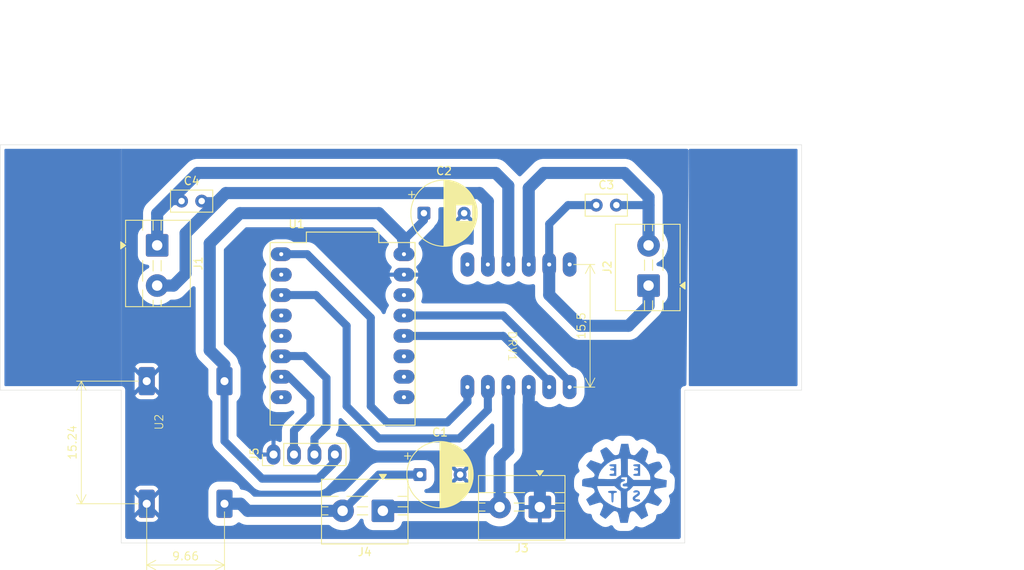
<source format=kicad_pcb>
(kicad_pcb (version 20241229) (generator "pcbnew") (generator_version "9.0")
  (layers (0 "F.Cu" signal) (2 "B.Cu" signal) (13 "F.Paste" user) (15 "B.Paste" user) (5 "F.SilkS" user "F.Silkscreen") (7 "B.SilkS" user "B.Silkscreen") (1 "F.Mask" user) (3 "B.Mask" user) (25 "Edge.Cuts" user))
  (net 0 "")
  (net 1 "GND")
  (net 4 "AIN1")
  (net 5 "TRIG")
  (net 9 "BIN2")
  (net 10 "ECHO")
  (net 11 "BIN1")
  (net 13 "AIN2")
  (net 14 "+5V")
  (net 15 "OUT3")
  (net 16 "OUT2")
  (net 17 "OUT1")
  (net 18 "OUT4")
  (net 20 "VCC")
  (net 24 "Net-(J4-Pin_2)")
  (footprint "mini360:mini360" (layer "F.Cu") (at 145.21 93.96 90)
    (property "Reference" "U2" (at 0 -0.5 90) (layer "F.SilkS") (effects (font (thickness 0.1))))
    (property "Value" "~")
    (pad "1" thru_hole roundrect (at -10.16 -2.04 90) (size 3.5 2) (drill 1) (layers "*.Cu" "*.Mask") (roundrect_rratio 0.15) (net 1 "GND"))
    (pad "2" thru_hole roundrect (at -10.16 7.62 90) (size 3.5 2) (drill 1) (layers "*.Cu" "*.Mask") (roundrect_rratio 0.15) (net 24 "Net-(J4-Pin_2)"))
    (pad "3" thru_hole roundrect (at 5.08 7.62 90) (size 3.5 2) (drill 1) (layers "*.Cu" "*.Mask") (roundrect_rratio 0.15) (net 14 "+5V"))
    (pad "4" thru_hole roundrect (at 5.08 -2.04 90) (size 3.5 2) (drill 1) (layers "*.Cu" "*.Mask") (roundrect_rratio 0.15) (net 1 "GND"))
  )
  (footprint "TerminalBlock:TerminalBlock_MaiXu_MX126-5.0-02P_1x02_P5.00mm" (layer "F.Cu") (at 144.4675 72 -90)
    (property "Reference" "J1" (at 2.25 -5.12 90) (layer "F.SilkS"))
    (property "Value" "Screw_Terminal_01x02")
    (pad "1" thru_hole roundrect (at 0 0 270) (size 2.8 2.8) (drill 1.3) (layers "*.Cu" "*.Mask") (roundrect_rratio 0.089286) (net 15 "OUT3"))
    (pad "2" thru_hole circle (at 5 0 270) (size 2.8 2.8) (drill 1.3) (layers "*.Cu" "*.Mask") (net 18 "OUT4"))
  )
  (footprint "Capacitor_THT:CP_Radial_D8.0mm_P5.00mm" (layer "F.Cu") (at 177.097349 100.5)
    (property "Reference" "C1" (at 2.5 -5.25 0) (layer "F.SilkS"))
    (property "Value" "C_Polarized")
    (pad "1" thru_hole roundrect (at 0 0) (size 1.6 1.6) (drill 0.8) (layers "*.Cu" "*.Mask") (roundrect_rratio 0.15625) (net 24 "Net-(J4-Pin_2)"))
    (pad "2" thru_hole circle (at 5 0) (size 1.6 1.6) (drill 0.8) (layers "*.Cu" "*.Mask") (net 1 "GND"))
  )
  (footprint "Capacitor_THT:C_Disc_D5.0mm_W2.5mm_P2.50mm" (layer "F.Cu") (at 199 67)
    (property "Reference" "C3" (at 1.25 -2.5 0) (layer "F.SilkS"))
    (property "Value" "C")
    (pad "1" thru_hole circle (at 0 0) (size 1.6 1.6) (drill 0.8) (layers "*.Cu" "*.Mask") (net 17 "OUT1"))
    (pad "2" thru_hole circle (at 2.5 0) (size 1.6 1.6) (drill 0.8) (layers "*.Cu" "*.Mask") (net 16 "OUT2"))
  )
  (footprint "TerminalBlock:TerminalBlock_MaiXu_MX126-5.0-02P_1x02_P5.00mm" (layer "F.Cu") (at 192 104.5325 180)
    (property "Reference" "J3" (at 2.25 -5.12 0) (layer "F.SilkS"))
    (property "Value" "ENTRADA BATERIA")
    (pad "1" thru_hole roundrect (at 0 0 180) (size 2.8 2.8) (drill 1.3) (layers "*.Cu" "*.Mask") (roundrect_rratio 0.089286) (net 1 "GND"))
    (pad "2" thru_hole circle (at 5 0 180) (size 2.8 2.8) (drill 1.3) (layers "*.Cu" "*.Mask") (net 20 "VCC"))
  )
  (footprint "TerminalBlock:TerminalBlock_MaiXu_MX126-5.0-02P_1x02_P5.00mm" (layer "F.Cu") (at 172.5 105 180)
    (property "Reference" "J4" (at 2.25 -5.12 0) (layer "F.SilkS"))
    (property "Value" "LLAVE ENCENDIDO")
    (pad "1" thru_hole roundrect (at 0 0 180) (size 2.8 2.8) (drill 1.3) (layers "*.Cu" "*.Mask") (roundrect_rratio 0.089286) (net 20 "VCC"))
    (pad "2" thru_hole circle (at 5 0 180) (size 2.8 2.8) (drill 1.3) (layers "*.Cu" "*.Mask") (net 24 "Net-(J4-Pin_2)"))
  )
  (footprint "Capacitor_THT:C_Disc_D5.0mm_W2.5mm_P2.50mm" (layer "F.Cu") (at 147.5 66.5)
    (property "Reference" "C4" (at 1.25 -2.5 0) (layer "F.SilkS"))
    (property "Value" "C")
    (pad "1" thru_hole circle (at 0 0) (size 1.6 1.6) (drill 0.8) (layers "*.Cu" "*.Mask") (net 15 "OUT3"))
    (pad "2" thru_hole circle (at 2.5 0) (size 1.6 1.6) (drill 0.8) (layers "*.Cu" "*.Mask") (net 18 "OUT4"))
  )
  (footprint "Connector_PinHeader_2.54mm:PinHeader_1x04_P2.54mm_Vertical" (layer "F.Cu") (at 158.92 98 90)
    (property "Reference" "J5" (at 0 -2.38 90) (layer "F.SilkS"))
    (property "Value" "Conn_01x04_Pin")
    (pad "1" thru_hole oval (at 0 0 90) (size 2.5 1.7) (drill 1) (layers "*.Cu" "*.Mask") (net 1 "GND"))
    (pad "2" thru_hole oval (at 0 2.54 90) (size 2.5 1.7) (drill 1) (layers "*.Cu" "*.Mask") (net 10 "ECHO"))
    (pad "3" thru_hole oval (at 0 5.08 90) (size 2.5 1.7) (drill 1) (layers "*.Cu" "*.Mask") (net 5 "TRIG"))
    (pad "4" thru_hole oval (at 0 7.62 90) (size 2.5 1.7) (drill 1) (layers "*.Cu" "*.Mask") (net 14 "+5V"))
  )
  (footprint "Capacitor_THT:CP_Radial_D8.0mm_P5.00mm" (layer "F.Cu") (at 177.597349 68)
    (property "Reference" "C2" (at 2.5 -5.25 0) (layer "F.SilkS"))
    (property "Value" "C_Polarized")
    (pad "1" thru_hole roundrect (at 0 0) (size 1.6 1.6) (drill 0.8) (layers "*.Cu" "*.Mask") (roundrect_rratio 0.15625) (net 14 "+5V"))
    (pad "2" thru_hole circle (at 5 0) (size 1.6 1.6) (drill 0.8) (layers "*.Cu" "*.Mask") (net 1 "GND"))
  )
  (footprint "ESP32-C3_SUPERMINI_TH:MODULE_ESP32-C3_SUPERMINI" (layer "F.Cu") (at 167.5 83)
    (property "Reference" "U1" (at -5.715 -13.6525 0) (layer "F.SilkS"))
    (property "Value" "ESP32-C3_SUPERMINI_TH")
    (pad "0" thru_hole oval (at 7.62 7.88) (size 2.6 1.7) (drill 0.5) (layers "*.Cu" "*.Mask"))
    (pad "1" thru_hole oval (at 7.62 5.34) (size 2.6 1.7) (drill 0.5) (layers "*.Cu" "*.Mask"))
    (pad "2" thru_hole oval (at 7.62 2.8) (size 2.6 1.7) (drill 0.5) (layers "*.Cu" "*.Mask"))
    (pad "3" thru_hole oval (at 7.62 0.26) (size 2.6 1.7) (drill 0.5) (layers "*.Cu" "*.Mask") (net 13 "AIN2"))
    (pad "3.3" thru_hole oval (at 7.62 -4.82) (size 2.6 1.7) (drill 0.5) (layers "*.Cu" "*.Mask"))
    (pad "4" thru_hole oval (at 7.62 -2.28) (size 2.6 1.7) (drill 0.5) (layers "*.Cu" "*.Mask") (net 9 "BIN2"))
    (pad "5" thru_hole oval (at -7.62 -9.9) (size 2.6 1.7) (drill 0.5) (layers "*.Cu" "*.Mask") (net 4 "AIN1"))
    (pad "5V" thru_hole oval (at 7.62 -9.9) (size 2.6 1.7) (drill 0.5) (layers "*.Cu" "*.Mask") (net 14 "+5V"))
    (pad "6" thru_hole oval (at -7.62 -7.36) (size 2.6 1.7) (drill 0.5) (layers "*.Cu" "*.Mask"))
    (pad "7" thru_hole oval (at -7.62 -4.82) (size 2.6 1.7) (drill 0.5) (layers "*.Cu" "*.Mask") (net 11 "BIN1"))
    (pad "8" thru_hole oval (at -7.62 -2.28) (size 2.6 1.7) (drill 0.5) (layers "*.Cu" "*.Mask"))
    (pad "9" thru_hole oval (at -7.62 0.26) (size 2.6 1.7) (drill 0.5) (layers "*.Cu" "*.Mask"))
    (pad "10" thru_hole oval (at -7.62 2.8) (size 2.6 1.7) (drill 0.5) (layers "*.Cu" "*.Mask") (net 5 "TRIG"))
    (pad "20" thru_hole oval (at -7.62 5.34) (size 2.6 1.7) (drill 0.5) (layers "*.Cu" "*.Mask") (net 10 "ECHO"))
    (pad "21" thru_hole oval (at -7.62 7.88) (size 2.6 1.7) (drill 0.5) (layers "*.Cu" "*.Mask"))
    (pad "G" thru_hole oval (at 7.62 -7.36) (size 2.6 1.7) (drill 0.5) (layers "*.Cu" "*.Mask") (net 1 "GND"))
  )
  (footprint "TerminalBlock:TerminalBlock_MaiXu_MX126-5.0-02P_1x02_P5.00mm" (layer "F.Cu") (at 205.5 77 90)
    (property "Reference" "J2" (at 2.25 -5.12 90) (layer "F.SilkS"))
    (property "Value" "Screw_Terminal_01x02")
    (pad "1" thru_hole roundrect (at 0 0 90) (size 2.8 2.8) (drill 1.3) (layers "*.Cu" "*.Mask") (roundrect_rratio 0.089286) (net 17 "OUT1"))
    (pad "2" thru_hole circle (at 5 0 90) (size 2.8 2.8) (drill 1.3) (layers "*.Cu" "*.Mask") (net 16 "OUT2"))
  )
  (footprint "DRV8833:DRV8833" (layer "F.Cu") (at 188.08 84.54 -90)
    (property "Reference" "DRV1" (at 0 -0.5 270) (layer "F.SilkS") (effects (font (thickness 0.1))))
    (property "Value" "PUENTE H")
    (pad "1" thru_hole oval (at -10.16 -7.62 270) (size 3 1.7) (drill 0.5) (layers "*.Cu" "*.Mask"))
    (pad "2" thru_hole oval (at -10.16 -5.08 270) (size 3 1.7) (drill 0.5) (layers "*.Cu" "*.Mask") (net 17 "OUT1"))
    (pad "3" thru_hole oval (at -10.16 -2.54 270) (size 3 1.7) (drill 0.5) (layers "*.Cu" "*.Mask") (net 16 "OUT2"))
    (pad "4" thru_hole oval (at -10.16 0 270) (size 3 1.7) (drill 0.5) (layers "*.Cu" "*.Mask") (net 15 "OUT3"))
    (pad "5" thru_hole oval (at -10.16 2.54 270) (size 3 1.7) (drill 0.5) (layers "*.Cu" "*.Mask") (net 18 "OUT4"))
    (pad "6" thru_hole oval (at -10.16 5.08 270) (size 3 1.7) (drill 0.5) (layers "*.Cu" "*.Mask"))
    (pad "7" thru_hole oval (at 5.08 5.08 270) (size 3 1.7) (drill 0.5) (layers "*.Cu" "*.Mask") (net 4 "AIN1"))
    (pad "8" thru_hole oval (at 5.08 2.54 270) (size 3 1.7) (drill 0.5) (layers "*.Cu" "*.Mask") (net 11 "BIN1"))
    (pad "9" thru_hole oval (at 5.08 0 270) (size 3 1.7) (drill 0.5) (layers "*.Cu" "*.Mask") (net 20 "VCC"))
    (pad "10" thru_hole oval (at 5.08 -2.54 270) (size 3 1.7) (drill 0.5) (layers "*.Cu" "*.Mask") (net 1 "GND"))
    (pad "11" thru_hole oval (at 5.08 -5.08 270) (size 3 1.7) (drill 0.5) (layers "*.Cu" "*.Mask") (net 13 "AIN2"))
    (pad "12" thru_hole oval (at 5.08 -7.62 270) (size 3 1.7) (drill 0.5) (layers "*.Cu" "*.Mask") (net 9 "BIN2"))
  )
  (footprint "VARIOS:LOGO_EESTN5_F.Cu" (layer "B.Cu") (at 202.5 101.5 180)
    (property "Reference" "G***" (hide yes))
    (property "Value" "LOGO" (hide yes))
    (fp_poly (pts (xy 1.790356 -1.024478) (xy 1.961928 -1.054774) (xy 2.02797 -1.114177) (xy 2.032 -1.143) (xy 1.958399 -1.245143) (xy 1.820333 -1.27) (xy 1.709749 -1.278715) (xy 1.646459 -1.329459) (xy 1.617286 -1.459132) (xy 1.609052 -1.704631) (xy 1.608666 -1.862666) (xy 1.601197 -2.184672) (xy 1.574342 -2.368966) (xy 1.521426 -2.446692) (xy 1.481666 -2.455333) (xy 1.412665 -2.420478) (xy 1.373173 -2.295153) (xy 1.356518 -2.048212) (xy 1.354666 -1.862666) (xy 1.351554 -1.55303) (xy 1.33343 -1.375819) (xy 1.287119 -1.294135) (xy 1.199441 -1.271078) (xy 1.143 -1.27) (xy 0.972761 -1.225839) (xy 0.931333 -1.143) (xy 0.968073 -1.071763) (xy 1.099355 -1.03217) (xy 1.356768 -1.016929) (xy 1.481666 -1.016) (xy 1.790356 -1.024478)) (stroke (width 0.01)) (fill yes) (layer "B.Cu"))
    (fp_poly (pts (xy 1.705551 2.272405) (xy 1.835577 2.225332) (xy 1.862666 2.159) (xy 1.798407 2.065069) (xy 1.593322 2.03223) (xy 1.566333 2.032) (xy 1.34716 2.004461) (xy 1.270535 1.916567) (xy 1.27 1.905) (xy 1.345728 1.804174) (xy 1.524 1.778) (xy 1.725652 1.740136) (xy 1.778 1.651) (xy 1.702271 1.550174) (xy 1.524 1.524) (xy 1.342473 1.501219) (xy 1.276065 1.404379) (xy 1.27 1.312334) (xy 1.29214 1.169192) (xy 1.391771 1.110593) (xy 1.566333 1.100667) (xy 1.785506 1.073127) (xy 1.86213 0.985234) (xy 1.862666 0.973667) (xy 1.817347 0.893802) (xy 1.660439 0.854794) (xy 1.439333 0.846667) (xy 1.016 0.846667) (xy 1.016 2.286) (xy 1.439333 2.286) (xy 1.705551 2.272405)) (stroke (width 0.01)) (fill yes) (layer "B.Cu"))
    (fp_poly (pts (xy -1.257782 2.272405) (xy -1.127756 2.225332) (xy -1.100667 2.159) (xy -1.164927 2.065069) (xy -1.370012 2.03223) (xy -1.397 2.032) (xy -1.616174 2.004461) (xy -1.692798 1.916567) (xy -1.693334 1.905) (xy -1.617606 1.804174) (xy -1.439334 1.778) (xy -1.237682 1.740136) (xy -1.185334 1.651) (xy -1.261062 1.550174) (xy -1.439334 1.524) (xy -1.620861 1.501219) (xy -1.687268 1.404379) (xy -1.693334 1.312334) (xy -1.671194 1.169192) (xy -1.571562 1.110593) (xy -1.397 1.100667) (xy -1.177827 1.073127) (xy -1.101203 0.985234) (xy -1.100667 0.973667) (xy -1.145987 0.893802) (xy -1.302894 0.854794) (xy -1.524 0.846667) (xy -1.947334 0.846667) (xy -1.947334 2.286) (xy -1.524 2.286) (xy -1.257782 2.272405)) (stroke (width 0.01)) (fill yes) (layer "B.Cu"))
    (fp_poly (pts (xy -1.224388 -0.994294) (xy -1.119465 -1.107382) (xy -1.117177 -1.117378) (xy -1.124883 -1.20801) (xy -1.22321 -1.231928) (xy -1.403013 -1.210289) (xy -1.607814 -1.189767) (xy -1.682254 -1.224636) (xy -1.676844 -1.278244) (xy -1.574738 -1.409035) (xy -1.462844 -1.484972) (xy -1.16255 -1.682287) (xy -1.026956 -1.8867) (xy -1.05778 -2.093831) (xy -1.170834 -2.230544) (xy -1.349479 -2.323026) (xy -1.584162 -2.368778) (xy -1.797042 -2.358754) (xy -1.890889 -2.314222) (xy -1.955813 -2.183869) (xy -1.870185 -2.095172) (xy -1.65085 -2.06423) (xy -1.629834 -2.064676) (xy -1.3962 -2.041962) (xy -1.318004 -1.964509) (xy -1.396119 -1.846728) (xy -1.608667 -1.714205) (xy -1.844803 -1.537441) (xy -1.932306 -1.33122) (xy -1.863156 -1.120897) (xy -1.81422 -1.064314) (xy -1.636681 -0.967819) (xy -1.418432 -0.946126) (xy -1.224388 -0.994294)) (stroke (width 0.01)) (fill yes) (layer "B.Cu"))
    (fp_poly (pts (xy 0.539361 4.151857) (xy 0.613933 3.818777) (xy 0.675789 3.615221) (xy 0.746422 3.504868) (xy 0.847324 3.4514) (xy 0.970023 3.424098) (xy 1.145299 3.406255) (xy 1.284159 3.449773) (xy 1.439308 3.581438) (xy 1.580409 3.734317) (xy 1.859395 4.043435) (xy 2.049383 4.243541) (xy 2.171009 4.354672) (xy 2.244906 4.39687) (xy 2.264833 4.398995) (xy 2.375118 4.357122) (xy 2.561062 4.260084) (xy 2.76462 4.141534) (xy 2.927749 4.035128) (xy 2.992105 3.977308) (xy 2.969059 3.88328) (xy 2.895782 3.673804) (xy 2.786828 3.389883) (xy 2.757835 3.317324) (xy 2.510004 2.7017) (xy 2.695716 2.515988) (xy 2.881428 2.330275) (xy 3.536214 2.56659) (xy 4.191 2.802904) (xy 4.464907 2.480952) (xy 4.622881 2.286636) (xy 4.722472 2.147555) (xy 4.740073 2.110536) (xy 4.681507 2.036295) (xy 4.524234 1.880191) (xy 4.297747 1.670992) (xy 4.201938 1.585565) (xy 3.931215 1.336576) (xy 3.772658 1.159728) (xy 3.703898 1.024329) (xy 3.702463 0.900236) (xy 3.741727 0.780219) (xy 3.827105 0.697209) (xy 3.992135 0.636975) (xy 4.270355 0.585291) (xy 4.529666 0.549293) (xy 4.876918 0.5005) (xy 5.089422 0.448985) (xy 5.200267 0.369555) (xy 5.242541 0.237014) (xy 5.249331 0.026169) (xy 5.249333 0.001311) (xy 5.249333 -0.409301) (xy 4.821832 -0.500984) (xy 4.531353 -0.554948) (xy 4.279094 -0.587898) (xy 4.19288 -0.592666) (xy 3.992397 -0.644554) (xy 3.814439 -0.767657) (xy 3.726608 -0.913137) (xy 3.725333 -0.930456) (xy 3.697673 -1.068866) (xy 3.680821 -1.118146) (xy 3.724177 -1.230398) (xy 3.900954 -1.411134) (xy 4.188821 -1.639824) (xy 4.444975 -1.832685) (xy 4.638057 -1.987161) (xy 4.73557 -2.07694) (xy 4.741333 -2.087176) (xy 4.702094 -2.178074) (xy 4.601932 -2.364055) (xy 4.526645 -2.495183) (xy 4.311957 -2.86152) (xy 3.641576 -2.641747) (xy 3.311848 -2.536019) (xy 3.101924 -2.481175) (xy 2.97109 -2.474177) (xy 2.878633 -2.511984) (xy 2.79793 -2.578776) (xy 2.684497 -2.698445) (xy 2.638803 -2.820406) (xy 2.662788 -2.987252) (xy 2.758396 -3.241572) (xy 2.836333 -3.420879) (xy 2.947904 -3.683896) (xy 3.024596 -3.885222) (xy 3.048 -3.970496) (xy 2.983236 -4.054415) (xy 2.818165 -4.189294) (xy 2.698733 -4.272631) (xy 2.349467 -4.503764) (xy 1.826995 -3.985935) (xy 1.571156 -3.73725) (xy 1.398047 -3.590519) (xy 1.272476 -3.52617) (xy 1.159252 -3.52463) (xy 1.053372 -3.555658) (xy 0.924955 -3.613874) (xy 0.835005 -3.706389) (xy 0.763325 -3.871463) (xy 0.68972 -4.147351) (xy 0.650268 -4.319271) (xy 0.498314 -4.995333) (xy -0.411328 -4.995333) (xy -0.50736 -4.5085) (xy -0.591258 -4.108407) (xy -0.664258 -3.843771) (xy -0.741455 -3.682721) (xy -0.837942 -3.593386) (xy -0.963523 -3.545299) (xy -1.108962 -3.537071) (xy -1.264686 -3.602976) (xy -1.452317 -3.760547) (xy -1.693481 -4.027318) (xy -1.951466 -4.346356) (xy -2.118691 -4.558948) (xy -2.519846 -4.339498) (xy -2.745917 -4.215493) (xy -2.900447 -4.1301) (xy -2.941364 -4.106938) (xy -2.925799 -4.026779) (xy -2.866548 -3.824897) (xy -2.775095 -3.53966) (xy -2.740404 -3.435559) (xy -2.633263 -3.110289) (xy -2.577935 -2.904831) (xy -2.571464 -2.778763) (xy -2.610892 -2.691668) (xy -2.68044 -2.615931) (xy -2.765973 -2.539397) (xy -2.855413 -2.505628) (xy -2.988705 -2.517687) (xy -3.205794 -2.57864) (xy -3.511289 -2.679668) (xy -4.18078 -2.904765) (xy -4.418724 -2.619747) (xy -4.56483 -2.426284) (xy -4.649125 -2.278965) (xy -4.657262 -2.246864) (xy -4.598523 -2.152957) (xy -4.441822 -1.980728) (xy -4.217331 -1.762566) (xy -4.14164 -1.693333) (xy -3.88432 -1.453275) (xy -3.735721 -1.286469) (xy -3.673316 -1.159174) (xy -3.674582 -1.037644) (xy -3.682045 -1.004845) (xy -3.721971 -0.895506) (xy -3.798529 -0.820057) (xy -3.946993 -0.763383) (xy -4.202638 -0.710367) (xy -4.472833 -0.665981) (xy -5.207 -0.549938) (xy -5.214403 -0.423333) (xy -3.305227 -0.423333) (xy -3.2502 -0.656166) (xy -3.013172 -1.323016) (xy -2.644907 -1.918903) (xy -2.167421 -2.419522) (xy -1.602732 -2.800566) (xy -1.132503 -2.994096) (xy -0.81516 -3.090169) (xy -0.596032 -3.135588) (xy -0.456965 -3.109318) (xy -0.379808 -2.990329) (xy -0.346406 -2.757586) (xy -0.338606 -2.390057) (xy -0.33866 -2.107666) (xy 0.423333 -2.107666) (xy 0.423333 -3.199333) (xy 0.767873 -3.12192) (xy 1.031754 -3.040452) (xy 1.361932 -2.908805) (xy 1.617045 -2.78977) (xy 1.944252 -2.603669) (xy 2.26312 -2.388654) (xy 2.445214 -2.242736) (xy 2.707016 -1.94742) (xy 2.967115 -1.557063) (xy 3.187016 -1.137956) (xy 3.328224 -0.756388) (xy 3.341958 -0.6985) (xy 3.400121 -0.423333) (xy 1.24819 -0.423333) (xy 0.920184 -0.719666) (xy 0.718894 -0.887939) (xy 0.561573 -0.995307) (xy 0.507756 -1.016) (xy 0.4717 -1.097552) (xy 0.444693 -1.330094) (xy 0.428139 -1.695457) (xy 0.423333 -2.107666) (xy -0.33866 -2.107666) (xy -0.338667 -2.074333) (xy -0.342196 -1.620223) (xy -0.354565 -1.311408) (xy -0.378446 -1.123962) (xy -0.416512 -1.033957) (xy -0.456896 -1.016) (xy -0.579897 -0.956565) (xy -0.754009 -0.80635) (xy -0.83531 -0.719666) (xy -0.980075 -0.554787) (xy -0.423334 -0.554787) (xy -0.353129 -0.684246) (xy -0.177325 -0.747288) (xy 0.051862 -0.738881) (xy 0.282214 -0.653993) (xy 0.324585 -0.626866) (xy 0.468277 -0.465976) (xy 0.492508 -0.234594) (xy 0.491591 -0.224699) (xy 0.440212 -0.024699) (xy 0.300828 0.085076) (xy 0.1905 0.123343) (xy -0.015317 0.218891) (xy -0.079307 0.321746) (xy 0.000782 0.399964) (xy 0.169333 0.423334) (xy 0.370985 0.461198) (xy 0.423333 0.550334) (xy 0.373471 0.634041) (xy 0.20393 0.67217) (xy 0.042333 0.677334) (xy -0.338667 0.677334) (xy -0.338667 0.301698) (xy -0.330542 0.06856) (xy -0.28347 -0.045072) (xy -0.163409 -0.088954) (xy -0.0635 -0.100468) (xy 0.135797 -0.14694) (xy 0.208528 -0.252149) (xy 0.211666 -0.296333) (xy 0.183034 -0.408533) (xy 0.066884 -0.453168) (xy -0.105834 -0.456009) (xy -0.339492 -0.475785) (xy -0.423249 -0.551435) (xy -0.423334 -0.554787) (xy -0.980075 -0.554787) (xy -1.095494 -0.423333) (xy -3.305227 -0.423333) (xy -5.214403 -0.423333) (xy -5.232027 -0.121935) (xy -5.257053 0.306067) (xy -4.681693 0.415636) (xy -4.276338 0.493947) (xy -4.007454 0.552764) (xy -3.845146 0.604172) (xy -3.793785 0.637815) (xy -3.217334 0.637815) (xy -3.217334 0.338667) (xy -1.128843 0.338667) (xy -0.776088 0.664328) (xy -0.423334 0.989989) (xy -0.423334 2.002278) (xy 0.423333 2.002278) (xy 0.423333 0.945145) (xy 0.719666 0.762) (xy 0.9052 0.62955) (xy 1.008424 0.521323) (xy 1.016 0.498638) (xy 1.096786 0.467835) (xy 1.32412 0.447345) (xy 1.675466 0.438302) (xy 2.128287 0.441844) (xy 2.137833 0.442043) (xy 3.259666 0.465667) (xy 3.233221 0.711733) (xy 3.112748 1.138874) (xy 2.859857 1.580812) (xy 2.505286 2.007024) (xy 2.079775 2.386987) (xy 1.614062 2.690181) (xy 1.138885 2.886082) (xy 1.012633 2.916685) (xy 0.768622 2.969346) (xy 0.57827 3.015809) (xy 0.5715 3.017694) (xy 0.509886 3.021774) (xy 0.468111 2.975683) (xy 0.44238 2.85341) (xy 0.428899 2.628949) (xy 0.423871 2.276289) (xy 0.423333 2.002278) (xy -0.423334 2.002278) (xy -0.423334 2.963334) (xy -0.631824 2.963334) (xy -0.962471 2.908346) (xy -1.366107 2.758565) (xy -1.793853 2.536766) (xy -2.196832 2.265724) (xy -2.291533 2.189985) (xy -2.698486 1.787206) (xy -3.000483 1.354628) (xy -3.177849 0.925242) (xy -3.217334 0.637815) (xy -3.793785 0.637815) (xy -3.759524 0.660256) (xy -3.720693 0.733098) (xy -3.703308 0.811154) (xy -3.706848 0.941961) (xy -3.786238 1.081332) (xy -3.965688 1.262632) (xy -4.139283 1.411952) (xy -4.381611 1.614247) (xy -4.575097 1.775937) (xy -4.680862 1.864533) (xy -4.684694 1.867764) (xy -4.691098 1.970977) (xy -4.627829 2.16599) (xy -4.572893 2.284251) (xy -4.452042 2.500176) (xy -4.344728 2.598304) (xy -4.194602 2.615078) (xy -4.0792 2.60354) (xy -3.806817 2.547874) (xy -3.48659 2.452027) (xy -3.365098 2.407471) (xy -2.962528 2.249177) (xy -2.586454 2.625251) (xy -2.785005 3.208458) (xy -2.878316 3.507216) (xy -2.938197 3.748097) (xy -2.952785 3.882679) (xy -2.951494 3.887854) (xy -2.864556 3.985317) (xy -2.680796 4.122545) (xy -2.571491 4.19153) (xy -2.223552 4.399015) (xy -1.776316 3.884817) (xy -1.546227 3.628086) (xy -1.386242 3.479477) (xy -1.260197 3.415278) (xy -1.131928 3.411774) (xy -1.070915 3.422251) (xy -0.908518 3.463784) (xy -0.799582 3.533441) (xy -0.723458 3.666416) (xy -0.659498 3.897905) (xy -0.591529 4.239364) (xy -0.480839 4.826) (xy 0.394495 4.826) (xy 0.539361 4.151857)) (stroke (width 0.01)) (fill yes) (layer "B.Cu"))
  )
  (gr_line (start 140 109) (end 210 109) (stroke (width 0.05)) (layer "Edge.Cuts"))
  (gr_line (start 125 90) (end 140 90) (stroke (width 0.05)) (layer "Edge.Cuts"))
  (gr_line (start 210 109) (end 210 90) (stroke (width 0.05)) (layer "Edge.Cuts"))
  (gr_line (start 125 59.5) (end 125 90) (stroke (width 0.05)) (layer "Edge.Cuts"))
  (gr_line (start 125 59.5) (end 224.5 59.5) (stroke (width 0.05)) (layer "Edge.Cuts"))
  (gr_line (start 140 90) (end 140 109) (stroke (width 0.05)) (layer "Edge.Cuts"))
  (gr_line (start 210 90) (end 224.5 90) (stroke (width 0.05)) (layer "Edge.Cuts"))
  (gr_line (start 224.5 90) (end 224.5 59.5) (stroke (width 0.05)) (layer "Edge.Cuts"))
  (segment (start 192 98.5) (end 190.62 97.12) (width 1.5) (layer "B.Cu") (net 1))
  (segment (start 190.62 97.12) (end 190.62 89.62) (width 1.5) (layer "B.Cu") (net 1))
  (segment (start 192 103.5) (end 192 98.5) (width 1.5) (layer "B.Cu") (net 1))
  (segment (start 171 81) (end 163.1 73.1) (width 1) (layer "B.Cu") (net 4))
  (segment (start 173 94) (end 171 92) (width 1) (layer "B.Cu") (net 4))
  (segment (start 183 89.62) (end 183 91.5) (width 1) (layer "B.Cu") (net 4))
  (segment (start 163.1 73.1) (end 159.88 73.1) (width 1) (layer "B.Cu") (net 4))
  (segment (start 180.5 94) (end 173 94) (width 1) (layer "B.Cu") (net 4))
  (segment (start 171 92) (end 171 81) (width 1) (layer "B.Cu") (net 4))
  (segment (start 183 91.5) (end 180.5 94) (width 1) (layer "B.Cu") (net 4))
  (segment (start 164 96) (end 165.5 94.5) (width 1) (layer "B.Cu") (net 5))
  (segment (start 164 98) (end 164 96) (width 1) (layer "B.Cu") (net 5))
  (segment (start 162.76 85.76) (end 159.92 85.76) (width 1) (layer "B.Cu") (net 5))
  (segment (start 165.5 88.5) (end 162.76 85.76) (width 1) (layer "B.Cu") (net 5))
  (segment (start 165.5 94.5) (end 165.5 88.5) (width 1) (layer "B.Cu") (net 5))
  (segment (start 159.92 85.76) (end 159.88 85.8) (width 1) (layer "B.Cu") (net 5))
  (segment (start 187.45 80.72) (end 175.12 80.72) (width 1) (layer "B.Cu") (net 9))
  (segment (start 195.7 89.62) (end 195.7 88.97) (width 1) (layer "B.Cu") (net 9))
  (segment (start 195.7 88.97) (end 187.45 80.72) (width 1) (layer "B.Cu") (net 9))
  (segment (start 161.46 98) (end 161.46 95.04) (width 1) (layer "B.Cu") (net 10))
  (segment (start 163.5 93) (end 163.5 91) (width 1) (layer "B.Cu") (net 10))
  (segment (start 160.84 88.34) (end 159.88 88.34) (width 1) (layer "B.Cu") (net 10))
  (segment (start 161.46 95.04) (end 163.5 93) (width 1) (layer "B.Cu") (net 10))
  (segment (start 161.46 98) (end 161.5 97.96) (width 1) (layer "B.Cu") (net 10))
  (segment (start 163.5 91) (end 160.84 88.34) (width 1) (layer "B.Cu") (net 10))
  (segment (start 185.54 92.46) (end 182 96) (width 1) (layer "B.Cu") (net 11))
  (segment (start 172 96) (end 168 92) (width 1) (layer "B.Cu") (net 11))
  (segment (start 168 82) (end 164.18 78.18) (width 1) (layer "B.Cu") (net 11))
  (segment (start 182 96) (end 172 96) (width 1) (layer "B.Cu") (net 11))
  (segment (start 185.54 89.62) (end 185.54 92.46) (width 1) (layer "B.Cu") (net 11))
  (segment (start 164.18 78.18) (end 159.88 78.18) (width 1) (layer "B.Cu") (net 11))
  (segment (start 168 92) (end 168 82) (width 1) (layer "B.Cu") (net 11))
  (segment (start 193.16 88.97) (end 187.45 83.26) (width 1) (layer "B.Cu") (net 13))
  (segment (start 193.16 89.62) (end 193.16 88.97) (width 1) (layer "B.Cu") (net 13))
  (segment (start 187.45 83.26) (end 175.12 83.26) (width 1) (layer "B.Cu") (net 13))
  (segment (start 164.46 101) (end 157.5 101) (width 1) (layer "B.Cu") (net 14))
  (segment (start 172 68) (end 154.75 68) (width 1.5) (layer "B.Cu") (net 14))
  (segment (start 166.54 98.92) (end 164.46 101) (width 1) (layer "B.Cu") (net 14))
  (segment (start 175 71) (end 172 68) (width 1.5) (layer "B.Cu") (net 14))
  (segment (start 151 85.05) (end 152.83 86.88) (width 1.5) (layer "B.Cu") (net 14))
  (segment (start 175.12 73.1) (end 175.12 71.34) (width 1.5) (layer "B.Cu") (net 14))
  (segment (start 175.12 71.34) (end 175 71.22) (width 1.5) (layer "B.Cu") (net 14))
  (segment (start 157.5 101) (end 152.83 96.33) (width 1) (layer "B.Cu") (net 14))
  (segment (start 151 71.75) (end 151 85.05) (width 1.5) (layer "B.Cu") (net 14))
  (segment (start 166.54 98) (end 166.54 98.92) (width 1) (layer "B.Cu") (net 14))
  (segment (start 154.75 68) (end 151 71.75) (width 1.5) (layer "B.Cu") (net 14))
  (segment (start 175 71.22) (end 175 71) (width 1.5) (layer "B.Cu") (net 14))
  (segment (start 177.597349 68.862651) (end 175.12 71.34) (width 1) (layer "B.Cu") (net 14))
  (segment (start 152.83 96.33) (end 152.83 86.88) (width 1) (layer "B.Cu") (net 14))
  (segment (start 177.597349 68) (end 177.597349 68.862651) (width 1) (layer "B.Cu") (net 14))
  (segment (start 186.5 63) (end 188.08 64.58) (width 1.5) (layer "B.Cu") (net 15))
  (segment (start 144.4675 68.0325) (end 145.75 66.75) (width 1.5) (layer "B.Cu") (net 15))
  (segment (start 149.5 63) (end 186.5 63) (width 1.5) (layer "B.Cu") (net 15))
  (segment (start 144.4675 72) (end 144.4675 68.0325) (width 1.5) (layer "B.Cu") (net 15))
  (segment (start 147.5 66.5) (end 146 66.5) (width 1) (layer "B.Cu") (net 15))
  (segment (start 188.08 64.58) (end 188.08 74.38) (width 1.5) (layer "B.Cu") (net 15))
  (segment (start 145.75 66.75) (end 149.5 63) (width 1.5) (layer "B.Cu") (net 15))
  (segment (start 146 66.5) (end 145.75 66.75) (width 1) (layer "B.Cu") (net 15))
  (segment (start 190.62 64.88) (end 190.62 74.38) (width 1.5) (layer "B.Cu") (net 16))
  (segment (start 205.5 72) (end 205.5 67) (width 1.5) (layer "B.Cu") (net 16))
  (segment (start 205.5 67) (end 205.5 66) (width 1.5) (layer "B.Cu") (net 16))
  (segment (start 202.5 63) (end 192.5 63) (width 1.5) (layer "B.Cu") (net 16))
  (segment (start 201.5 67) (end 205.5 67) (width 1) (layer "B.Cu") (net 16))
  (segment (start 192.5 63) (end 190.62 64.88) (width 1.5) (layer "B.Cu") (net 16))
  (segment (start 205.5 66) (end 202.5 63) (width 1.5) (layer "B.Cu") (net 16))
  (segment (start 203 82) (end 205.5 79.5) (width 1.5) (layer "B.Cu") (net 17))
  (segment (start 195.5 67) (end 193.16 69.34) (width 1) (layer "B.Cu") (net 17))
  (segment (start 193.16 78.16) (end 197 82) (width 1.5) (layer "B.Cu") (net 17))
  (segment (start 205.5 79.5) (end 205.5 77) (width 1.5) (layer "B.Cu") (net 17))
  (segment (start 197 82) (end 203 82) (width 1.5) (layer "B.Cu") (net 17))
  (segment (start 193.16 69.34) (end 193.16 74.38) (width 1) (layer "B.Cu") (net 17))
  (segment (start 199 67) (end 195.5 67) (width 1) (layer "B.Cu") (net 17))
  (segment (start 193.16 74.38) (end 193.16 78.16) (width 1.5) (layer "B.Cu") (net 17))
  (segment (start 151.5 66.5) (end 151.75 66.75) (width 1) (layer "B.Cu") (net 18))
  (segment (start 148 75.5) (end 148 70.5) (width 1.5) (layer "B.Cu") (net 18))
  (segment (start 184.5 65.5) (end 185.54 66.54) (width 1.5) (layer "B.Cu") (net 18))
  (segment (start 153 65.5) (end 184.5 65.5) (width 1.5) (layer "B.Cu") (net 18))
  (segment (start 148 70.5) (end 151.75 66.75) (width 1.5) (layer "B.Cu") (net 18))
  (segment (start 144.4675 77) (end 146.5 77) (width 1.5) (layer "B.Cu") (net 18))
  (segment (start 146.5 77) (end 148 75.5) (width 1.5) (layer "B.Cu") (net 18))
  (segment (start 151.75 66.75) (end 153 65.5) (width 1.5) (layer "B.Cu") (net 18))
  (segment (start 185.54 66.54) (end 185.54 74.38) (width 1.5) (layer "B.Cu") (net 18))
  (segment (start 150 66.5) (end 151.5 66.5) (width 1) (layer "B.Cu") (net 18))
  (segment (start 187 104.5325) (end 187 98.5) (width 1.5) (layer "B.Cu") (net 20))
  (segment (start 172.9675 104.5325) (end 187 104.5325) (width 1.5) (layer "B.Cu") (net 20))
  (segment (start 187 98.5) (end 188.08 97.42) (width 1.5) (layer "B.Cu") (net 20))
  (segment (start 188.08 97.42) (end 188.08 89.62) (width 1.5) (layer "B.Cu") (net 20))
  (segment (start 172.5 105) (end 172.9675 104.5325) (width 1.5) (layer "B.Cu") (net 20))
  (segment (start 172 100.5) (end 167.9675 104.5325) (width 1) (layer "B.Cu") (net 24))
  (segment (start 155.71 105) (end 154.83 104.12) (width 1.5) (layer "B.Cu") (net 24))
  (segment (start 167.5 105) (end 155.71 105) (width 1.5) (layer "B.Cu") (net 24))
  (segment (start 154.83 104.12) (end 152.83 104.12) (width 1.5) (layer "B.Cu") (net 24))
  (segment (start 177.097349 100.5) (end 172 100.5) (width 1) (layer "B.Cu") (net 24))
  (zone (net 1) (net_name "GND") (layer "B.Cu") (priority 2) (connect_pads (clearance 0.5)) (min_thickness 0.25) (fill yes (thermal_gap 0.5) (thermal_bridge_width 0.5))
    (polygon (pts (xy 210.5 90) (xy 225 90) (xy 224.5 59.5) (xy 210.5 59.5) (xy 210.5 90.5)))
  )
  (zone (net 1) (net_name "GND") (layer "B.Cu") (priority 1) (connect_pads (clearance 0.5)) (min_thickness 0.25) (fill yes (thermal_gap 0.5) (thermal_bridge_width 0.5))
    (polygon (pts (xy 140 90) (xy 125 90) (xy 125 59.5) (xy 140 59.5)))
  )
  (zone (net 1) (net_name "GND") (layer "B.Cu") (connect_pads (clearance 1)) (min_thickness 0.5) (fill yes (thermal_gap 0.5) (thermal_bridge_width 0.5))
    (polygon (pts (xy 140 109) (xy 210 109) (xy 210.5 59.5) (xy 140 59.5)))
  )
)
</source>
